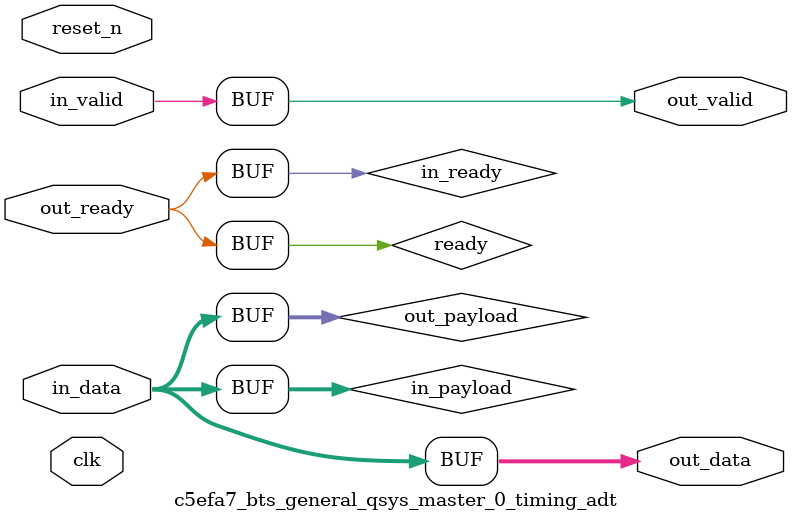
<source format=v>

`timescale 1ns / 100ps
module c5efa7_bts_general_qsys_master_0_timing_adt (
    
      // Interface: clk
      input              clk,
      // Interface: reset
      input              reset_n,
      // Interface: in
      input              in_valid,
      input      [ 7: 0] in_data,
      // Interface: out
      output reg         out_valid,
      output reg [ 7: 0] out_data,
      input              out_ready
);




   // ---------------------------------------------------------------------
   //| Signal Declarations
   // ---------------------------------------------------------------------

   reg  [ 7: 0] in_payload;
   reg  [ 7: 0] out_payload;
   reg  [ 0: 0] ready;
   reg          in_ready;
   // synthesis translate_off
   always @(negedge in_ready) begin
      $display("%m: The downstream component is backpressuring by deasserting ready, but the upstream component can't be backpressured.");
   end
   // synthesis translate_on   


   // ---------------------------------------------------------------------
   //| Payload Mapping
   // ---------------------------------------------------------------------
   always @* begin
     in_payload = {in_data};
     {out_data} = out_payload;
   end

   // ---------------------------------------------------------------------
   //| Ready & valid signals.
   // ---------------------------------------------------------------------
   always @* begin
     ready[0] = out_ready;
     out_valid = in_valid;
     out_payload = in_payload;
     in_ready = ready[0];
   end




endmodule


</source>
